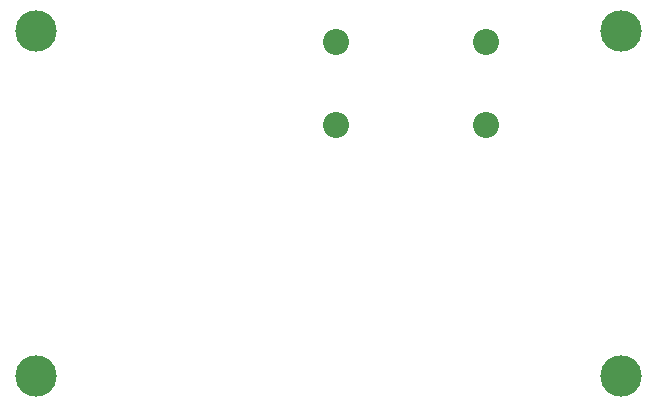
<source format=gbs>
G75*
%MOIN*%
%OFA0B0*%
%FSLAX25Y25*%
%IPPOS*%
%LPD*%
%AMOC8*
5,1,8,0,0,1.08239X$1,22.5*
%
%ADD10C,0.08674*%
%ADD11C,0.13800*%
D10*
X0173333Y0153661D03*
X0173333Y0181220D03*
X0223333Y0181220D03*
X0223333Y0153661D03*
D11*
X0073333Y0070000D03*
X0073333Y0185000D03*
X0268333Y0185000D03*
X0268333Y0070000D03*
M02*

</source>
